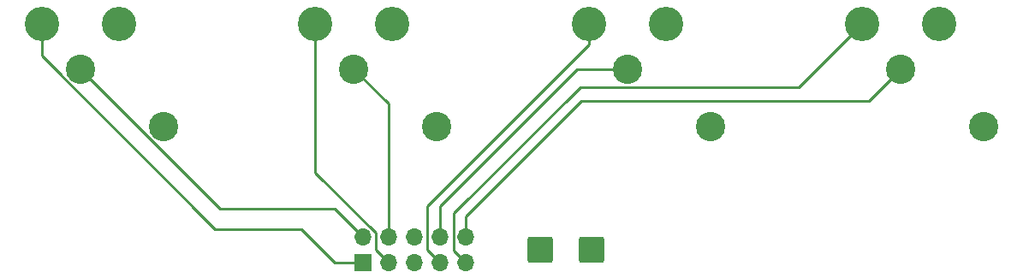
<source format=gbr>
%TF.GenerationSoftware,KiCad,Pcbnew,7.0.6*%
%TF.CreationDate,2023-11-23T12:56:36+01:00*%
%TF.ProjectId,xlrfemale,786c7266-656d-4616-9c65-2e6b69636164,1*%
%TF.SameCoordinates,Original*%
%TF.FileFunction,Copper,L1,Top*%
%TF.FilePolarity,Positive*%
%FSLAX46Y46*%
G04 Gerber Fmt 4.6, Leading zero omitted, Abs format (unit mm)*
G04 Created by KiCad (PCBNEW 7.0.6) date 2023-11-23 12:56:36*
%MOMM*%
%LPD*%
G01*
G04 APERTURE LIST*
G04 Aperture macros list*
%AMRoundRect*
0 Rectangle with rounded corners*
0 $1 Rounding radius*
0 $2 $3 $4 $5 $6 $7 $8 $9 X,Y pos of 4 corners*
0 Add a 4 corners polygon primitive as box body*
4,1,4,$2,$3,$4,$5,$6,$7,$8,$9,$2,$3,0*
0 Add four circle primitives for the rounded corners*
1,1,$1+$1,$2,$3*
1,1,$1+$1,$4,$5*
1,1,$1+$1,$6,$7*
1,1,$1+$1,$8,$9*
0 Add four rect primitives between the rounded corners*
20,1,$1+$1,$2,$3,$4,$5,0*
20,1,$1+$1,$4,$5,$6,$7,0*
20,1,$1+$1,$6,$7,$8,$9,0*
20,1,$1+$1,$8,$9,$2,$3,0*%
G04 Aperture macros list end*
%TA.AperFunction,ComponentPad*%
%ADD10C,3.400000*%
%TD*%
%TA.AperFunction,ComponentPad*%
%ADD11C,2.900000*%
%TD*%
%TA.AperFunction,ComponentPad*%
%ADD12RoundRect,0.249999X1.025001X-1.025001X1.025001X1.025001X-1.025001X1.025001X-1.025001X-1.025001X0*%
%TD*%
%TA.AperFunction,ComponentPad*%
%ADD13R,1.700000X1.700000*%
%TD*%
%TA.AperFunction,ComponentPad*%
%ADD14O,1.700000X1.700000*%
%TD*%
%TA.AperFunction,Conductor*%
%ADD15C,0.250000*%
%TD*%
G04 APERTURE END LIST*
D10*
%TO.P,J7,1*%
%TO.N,N/C*%
X135254000Y-91948000D03*
%TO.P,J7,2*%
X127634000Y-91948000D03*
D11*
%TO.P,J7,3*%
X131444000Y-96398000D03*
%TO.P,J7,G*%
X139694000Y-102108000D03*
%TD*%
D10*
%TO.P,J11,1*%
%TO.N,N/C*%
X189354000Y-91948000D03*
%TO.P,J11,2*%
X181734000Y-91948000D03*
D11*
%TO.P,J11,3*%
X185544000Y-96398000D03*
%TO.P,J11,G*%
X193794000Y-102108000D03*
%TD*%
D10*
%TO.P,J9,1*%
%TO.N,N/C*%
X162304000Y-91948000D03*
%TO.P,J9,2*%
X154684000Y-91948000D03*
D11*
%TO.P,J9,3*%
X158494000Y-96398000D03*
%TO.P,J9,G*%
X166744000Y-102108000D03*
%TD*%
D10*
%TO.P,J5,1*%
%TO.N,N/C*%
X108204000Y-91948000D03*
%TO.P,J5,2*%
X100584000Y-91948000D03*
D11*
%TO.P,J5,3*%
X104394000Y-96398000D03*
%TO.P,J5,G*%
X112644000Y-102108000D03*
%TD*%
D12*
%TO.P,J25,1,Pin_1*%
%TO.N,N/C*%
X154940000Y-114300000D03*
%TD*%
D13*
%TO.P,J17,1,Pin_1*%
%TO.N,N/C*%
X132364000Y-115590000D03*
D14*
%TO.P,J17,2,Pin_2*%
X132364000Y-113050000D03*
%TO.P,J17,3,Pin_3*%
X134904000Y-115590000D03*
%TO.P,J17,4,Pin_4*%
X134904000Y-113050000D03*
%TO.P,J17,5,Pin_5*%
X137444000Y-115590000D03*
%TO.P,J17,6,Pin_6*%
X137444000Y-113050000D03*
%TO.P,J17,7,Pin_7*%
X139984000Y-115590000D03*
%TO.P,J17,8,Pin_8*%
X139984000Y-113050000D03*
%TO.P,J17,9,Pin_9*%
X142524000Y-115590000D03*
%TO.P,J17,10,Pin_10*%
X142524000Y-113050000D03*
%TD*%
D12*
%TO.P,J22,1,Pin_1*%
%TO.N,N/C*%
X149860000Y-114300000D03*
%TD*%
D15*
%TO.N,*%
X100584000Y-91948000D02*
X100584000Y-95098230D01*
X182374000Y-99568000D02*
X153924000Y-99568000D01*
X133604000Y-112628299D02*
X133604000Y-114290000D01*
X129560000Y-115590000D02*
X132364000Y-115590000D01*
X141349000Y-114415000D02*
X142524000Y-115590000D01*
X181734000Y-91948000D02*
X175509000Y-98173000D01*
X154684000Y-93982000D02*
X138684000Y-109982000D01*
X131444000Y-96398000D02*
X134904000Y-99858000D01*
X129550000Y-110236000D02*
X132364000Y-113050000D01*
X100584000Y-95098230D02*
X117753770Y-112268000D01*
X134904000Y-99858000D02*
X134904000Y-113050000D01*
X185544000Y-96398000D02*
X182374000Y-99568000D01*
X158494000Y-96398000D02*
X153538000Y-96398000D01*
X118232000Y-110236000D02*
X129550000Y-110236000D01*
X153538000Y-96398000D02*
X139984000Y-109952000D01*
X133604000Y-114290000D02*
X134904000Y-115590000D01*
X104394000Y-96398000D02*
X118232000Y-110236000D01*
X117753770Y-112268000D02*
X126238000Y-112268000D01*
X126238000Y-112268000D02*
X129560000Y-115590000D01*
X175509000Y-98173000D02*
X153878150Y-98173000D01*
X139984000Y-109952000D02*
X139984000Y-113050000D01*
X138684000Y-109982000D02*
X138684000Y-114290000D01*
X153924000Y-99568000D02*
X142524000Y-110968000D01*
X153878150Y-98173000D02*
X141349000Y-110702150D01*
X138684000Y-114290000D02*
X139984000Y-115590000D01*
X142524000Y-110968000D02*
X142524000Y-113050000D01*
X127634000Y-106658299D02*
X133604000Y-112628299D01*
X127634000Y-91948000D02*
X127634000Y-106658299D01*
X141349000Y-110702150D02*
X141349000Y-114415000D01*
X154684000Y-91948000D02*
X154684000Y-93982000D01*
%TD*%
M02*

</source>
